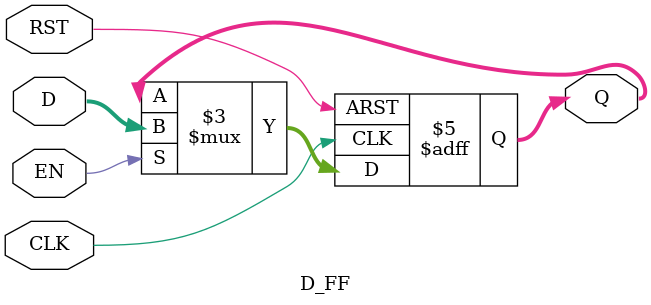
<source format=v>
module D_FF #(
    parameter WIDTH = 32
) (
    input CLK, RST, EN,
    input [WIDTH-1:0] D,
    output reg [WIDTH-1:0] Q
);
    
    always @(posedge CLK, negedge RST) begin
        if (!RST) begin
            Q <= {WIDTH{1'b0}};
        end
        else if (EN) begin
            Q <= D;
        end
    end
endmodule
</source>
